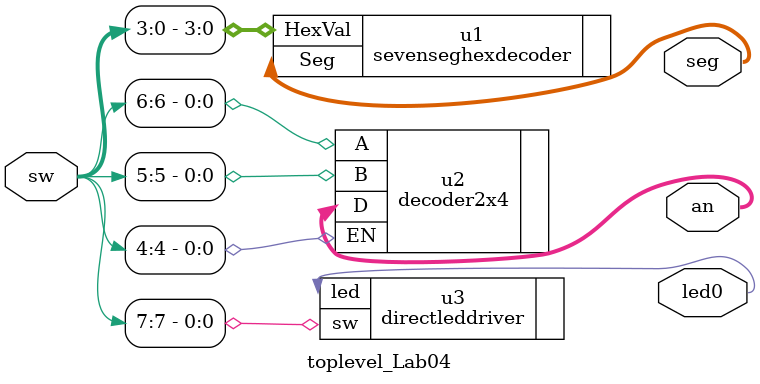
<source format=v>
`timescale 1ns / 1ps
module toplevel_Lab04(seg,an,led0,sw);
    output [0:6] seg;
    output [3:0] an;
    output       led0;
    input  [7:0] sw;

    sevenseghexdecoder  u1(.Seg(seg),.HexVal(sw[3:0]));
    decoder2x4          u2(.D(an),.A(sw[6]),.B(sw[5]),.EN(sw[4]));
    directleddriver     u3(.led(led0),.sw(sw[7]));

endmodule

</source>
